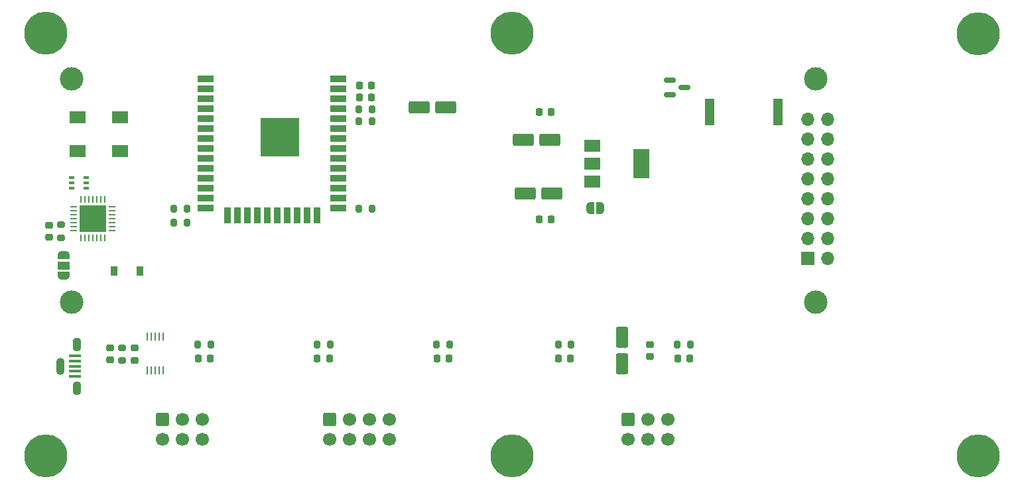
<source format=gbs>
%TF.GenerationSoftware,KiCad,Pcbnew,(6.0.0-0)*%
%TF.CreationDate,2022-02-21T20:15:33+01:00*%
%TF.ProjectId,MiliOhmMeter,4d696c69-4f68-46d4-9d65-7465722e6b69,rev?*%
%TF.SameCoordinates,Original*%
%TF.FileFunction,Soldermask,Bot*%
%TF.FilePolarity,Negative*%
%FSLAX46Y46*%
G04 Gerber Fmt 4.6, Leading zero omitted, Abs format (unit mm)*
G04 Created by KiCad (PCBNEW (6.0.0-0)) date 2022-02-21 20:15:33*
%MOMM*%
%LPD*%
G01*
G04 APERTURE LIST*
G04 Aperture macros list*
%AMRoundRect*
0 Rectangle with rounded corners*
0 $1 Rounding radius*
0 $2 $3 $4 $5 $6 $7 $8 $9 X,Y pos of 4 corners*
0 Add a 4 corners polygon primitive as box body*
4,1,4,$2,$3,$4,$5,$6,$7,$8,$9,$2,$3,0*
0 Add four circle primitives for the rounded corners*
1,1,$1+$1,$2,$3*
1,1,$1+$1,$4,$5*
1,1,$1+$1,$6,$7*
1,1,$1+$1,$8,$9*
0 Add four rect primitives between the rounded corners*
20,1,$1+$1,$2,$3,$4,$5,0*
20,1,$1+$1,$4,$5,$6,$7,0*
20,1,$1+$1,$6,$7,$8,$9,0*
20,1,$1+$1,$8,$9,$2,$3,0*%
%AMFreePoly0*
4,1,22,0.500000,-0.750000,0.000000,-0.750000,0.000000,-0.745033,-0.079941,-0.743568,-0.215256,-0.701293,-0.333266,-0.622738,-0.424486,-0.514219,-0.481581,-0.384460,-0.499164,-0.250000,-0.500000,-0.250000,-0.500000,0.250000,-0.499164,0.250000,-0.499963,0.256109,-0.478152,0.396186,-0.417904,0.524511,-0.324060,0.630769,-0.204165,0.706417,-0.067858,0.745374,0.000000,0.744959,0.000000,0.750000,
0.500000,0.750000,0.500000,-0.750000,0.500000,-0.750000,$1*%
%AMFreePoly1*
4,1,20,0.000000,0.744959,0.073905,0.744508,0.209726,0.703889,0.328688,0.626782,0.421226,0.519385,0.479903,0.390333,0.500000,0.250000,0.500000,-0.250000,0.499851,-0.262216,0.476331,-0.402017,0.414519,-0.529596,0.319384,-0.634700,0.198574,-0.708877,0.061801,-0.746166,0.000000,-0.745033,0.000000,-0.750000,-0.500000,-0.750000,-0.500000,0.750000,0.000000,0.750000,0.000000,0.744959,
0.000000,0.744959,$1*%
%AMFreePoly2*
4,1,22,0.550000,-0.750000,0.000000,-0.750000,0.000000,-0.745033,-0.079941,-0.743568,-0.215256,-0.701293,-0.333266,-0.622738,-0.424486,-0.514219,-0.481581,-0.384460,-0.499164,-0.250000,-0.500000,-0.250000,-0.500000,0.250000,-0.499164,0.250000,-0.499963,0.256109,-0.478152,0.396186,-0.417904,0.524511,-0.324060,0.630769,-0.204165,0.706417,-0.067858,0.745374,0.000000,0.744959,0.000000,0.750000,
0.550000,0.750000,0.550000,-0.750000,0.550000,-0.750000,$1*%
%AMFreePoly3*
4,1,20,0.000000,0.744959,0.073905,0.744508,0.209726,0.703889,0.328688,0.626782,0.421226,0.519385,0.479903,0.390333,0.500000,0.250000,0.500000,-0.250000,0.499851,-0.262216,0.476331,-0.402017,0.414519,-0.529596,0.319384,-0.634700,0.198574,-0.708877,0.061801,-0.746166,0.000000,-0.745033,0.000000,-0.750000,-0.550000,-0.750000,-0.550000,0.750000,0.000000,0.750000,0.000000,0.744959,
0.000000,0.744959,$1*%
G04 Aperture macros list end*
%ADD10C,5.499999*%
%ADD11C,3.000000*%
%ADD12R,1.700000X1.700000*%
%ADD13O,1.700000X1.700000*%
%ADD14RoundRect,0.225000X-0.250000X0.225000X-0.250000X-0.225000X0.250000X-0.225000X0.250000X0.225000X0*%
%ADD15RoundRect,0.225000X0.225000X0.250000X-0.225000X0.250000X-0.225000X-0.250000X0.225000X-0.250000X0*%
%ADD16RoundRect,0.200000X-0.200000X-0.275000X0.200000X-0.275000X0.200000X0.275000X-0.200000X0.275000X0*%
%ADD17RoundRect,0.250000X-0.600000X0.600000X-0.600000X-0.600000X0.600000X-0.600000X0.600000X0.600000X0*%
%ADD18C,1.700000*%
%ADD19RoundRect,0.200000X0.200000X0.275000X-0.200000X0.275000X-0.200000X-0.275000X0.200000X-0.275000X0*%
%ADD20R,0.250000X1.100000*%
%ADD21RoundRect,0.250000X1.075000X0.550000X-1.075000X0.550000X-1.075000X-0.550000X1.075000X-0.550000X0*%
%ADD22R,0.900000X1.200000*%
%ADD23RoundRect,0.150000X-0.587500X-0.150000X0.587500X-0.150000X0.587500X0.150000X-0.587500X0.150000X0*%
%ADD24FreePoly0,180.000000*%
%ADD25FreePoly1,180.000000*%
%ADD26RoundRect,0.225000X0.250000X-0.225000X0.250000X0.225000X-0.250000X0.225000X-0.250000X-0.225000X0*%
%ADD27RoundRect,0.225000X-0.225000X-0.250000X0.225000X-0.250000X0.225000X0.250000X-0.225000X0.250000X0*%
%ADD28RoundRect,0.250000X-1.075000X-0.550000X1.075000X-0.550000X1.075000X0.550000X-1.075000X0.550000X0*%
%ADD29RoundRect,0.200000X-0.275000X0.200000X-0.275000X-0.200000X0.275000X-0.200000X0.275000X0.200000X0*%
%ADD30RoundRect,0.062500X0.062500X-0.337500X0.062500X0.337500X-0.062500X0.337500X-0.062500X-0.337500X0*%
%ADD31RoundRect,0.062500X0.337500X-0.062500X0.337500X0.062500X-0.337500X0.062500X-0.337500X-0.062500X0*%
%ADD32R,3.350000X3.350000*%
%ADD33RoundRect,0.250000X0.550000X-1.075000X0.550000X1.075000X-0.550000X1.075000X-0.550000X-1.075000X0*%
%ADD34R,1.500000X0.450000*%
%ADD35O,1.100000X2.200000*%
%ADD36O,1.100000X1.800000*%
%ADD37R,2.000000X1.600000*%
%ADD38FreePoly2,270.000000*%
%ADD39R,1.500000X1.000000*%
%ADD40FreePoly3,270.000000*%
%ADD41R,0.650000X0.400000*%
%ADD42R,1.300000X3.400000*%
%ADD43R,2.000000X1.500000*%
%ADD44R,2.000000X3.800000*%
%ADD45R,2.000000X0.900000*%
%ADD46R,0.900000X2.000000*%
%ADD47R,5.000000X5.000000*%
G04 APERTURE END LIST*
D10*
%TO.C,H6*%
X58547000Y-68910200D03*
%TD*%
%TO.C,H4*%
X177571400Y-68986400D03*
%TD*%
%TO.C,H3*%
X177546000Y-122910600D03*
%TD*%
%TO.C,H1*%
X58547000Y-122910600D03*
%TD*%
%TO.C,H2*%
X118033800Y-122910600D03*
%TD*%
%TO.C,H5*%
X118033800Y-68910200D03*
%TD*%
D11*
%TO.C,J2*%
X156820800Y-103263000D03*
X156820800Y-74763000D03*
X61820800Y-103263000D03*
X61820800Y-74763000D03*
D12*
X155780800Y-97653000D03*
D13*
X158320800Y-97653000D03*
X155780800Y-95113000D03*
X158320800Y-95113000D03*
X155780800Y-92573000D03*
X158320800Y-92573000D03*
X155780800Y-90033000D03*
X158320800Y-90033000D03*
X155780800Y-87493000D03*
X158320800Y-87493000D03*
X155780800Y-84953000D03*
X158320800Y-84953000D03*
X155780800Y-82413000D03*
X158320800Y-82413000D03*
X155780800Y-79873000D03*
X158320800Y-79873000D03*
%TD*%
D14*
%TO.C,C8*%
X69850000Y-109156200D03*
X69850000Y-110706200D03*
%TD*%
D15*
%TO.C,C5*%
X109995000Y-110490000D03*
X108445000Y-110490000D03*
%TD*%
D14*
%TO.C,C1*%
X66751200Y-109130800D03*
X66751200Y-110680800D03*
%TD*%
D16*
%TO.C,R7*%
X98514400Y-91338400D03*
X100164400Y-91338400D03*
%TD*%
D17*
%TO.C,X3*%
X94767400Y-118262400D03*
D18*
X94767400Y-120802400D03*
X97307400Y-118262400D03*
X97307400Y-120802400D03*
X99847400Y-118262400D03*
X99847400Y-120802400D03*
X102387400Y-118262400D03*
X102387400Y-120802400D03*
%TD*%
D15*
%TO.C,C15*%
X140729000Y-110490000D03*
X139179000Y-110490000D03*
%TD*%
D19*
%TO.C,R2*%
X94805000Y-108712000D03*
X93155000Y-108712000D03*
%TD*%
D15*
%TO.C,C6*%
X125489000Y-110490000D03*
X123939000Y-110490000D03*
%TD*%
D20*
%TO.C,U2*%
X73491600Y-112005000D03*
X72991600Y-112005000D03*
X72491600Y-112005000D03*
X71991600Y-112005000D03*
X71491600Y-112005000D03*
X71491600Y-107705000D03*
X71991600Y-107705000D03*
X72491600Y-107705000D03*
X72991600Y-107705000D03*
X73491600Y-107705000D03*
%TD*%
D21*
%TO.C,C13*%
X122858400Y-82524600D03*
X119508400Y-82524600D03*
%TD*%
D22*
%TO.C,D1*%
X70534800Y-99314000D03*
X67234800Y-99314000D03*
%TD*%
D19*
%TO.C,R3*%
X110045000Y-108712000D03*
X108395000Y-108712000D03*
%TD*%
D23*
%TO.C,Q2*%
X138203700Y-76794400D03*
X138203700Y-74894400D03*
X140078700Y-75844400D03*
%TD*%
D24*
%TO.C,JP2*%
X129326400Y-91236800D03*
D25*
X128026400Y-91236800D03*
%TD*%
D26*
%TO.C,C17*%
X135636000Y-110249000D03*
X135636000Y-108699000D03*
%TD*%
D17*
%TO.C,X1*%
X132867400Y-118262400D03*
D18*
X132867400Y-120802400D03*
X135407400Y-118262400D03*
X135407400Y-120802400D03*
X137947400Y-118262400D03*
X137947400Y-120802400D03*
%TD*%
D16*
%TO.C,R11*%
X98514400Y-78638400D03*
X100164400Y-78638400D03*
%TD*%
D27*
%TO.C,C7*%
X98564400Y-77114400D03*
X100114400Y-77114400D03*
%TD*%
D15*
%TO.C,C4*%
X94742000Y-110490000D03*
X93192000Y-110490000D03*
%TD*%
D19*
%TO.C,R6*%
X100164400Y-80162400D03*
X98514400Y-80162400D03*
%TD*%
D28*
%TO.C,C9*%
X106224200Y-78359000D03*
X109574200Y-78359000D03*
%TD*%
D29*
%TO.C,R12*%
X60502800Y-93383600D03*
X60502800Y-95033600D03*
%TD*%
D17*
%TO.C,X6*%
X73431400Y-118262400D03*
D18*
X73431400Y-120802400D03*
X75971400Y-118262400D03*
X75971400Y-120802400D03*
X78511400Y-118262400D03*
X78511400Y-120802400D03*
%TD*%
D19*
%TO.C,R5*%
X140779000Y-108712000D03*
X139129000Y-108712000D03*
%TD*%
D30*
%TO.C,U1*%
X66041400Y-95058400D03*
X65541400Y-95058400D03*
X65041400Y-95058400D03*
X64541400Y-95058400D03*
X64041400Y-95058400D03*
X63541400Y-95058400D03*
X63041400Y-95058400D03*
D31*
X62091400Y-94108400D03*
X62091400Y-93608400D03*
X62091400Y-93108400D03*
X62091400Y-92608400D03*
X62091400Y-92108400D03*
X62091400Y-91608400D03*
X62091400Y-91108400D03*
D30*
X63041400Y-90158400D03*
X63541400Y-90158400D03*
X64041400Y-90158400D03*
X64541400Y-90158400D03*
X65041400Y-90158400D03*
X65541400Y-90158400D03*
X66041400Y-90158400D03*
D31*
X66991400Y-91108400D03*
X66991400Y-91608400D03*
X66991400Y-92108400D03*
X66991400Y-92608400D03*
X66991400Y-93108400D03*
X66991400Y-93608400D03*
X66991400Y-94108400D03*
D32*
X64541400Y-92608400D03*
%TD*%
D19*
%TO.C,R1*%
X79565000Y-108712000D03*
X77915000Y-108712000D03*
%TD*%
D33*
%TO.C,C16*%
X132130800Y-111149000D03*
X132130800Y-107799000D03*
%TD*%
D26*
%TO.C,C2*%
X58928000Y-94983600D03*
X58928000Y-93433600D03*
%TD*%
D34*
%TO.C,J1*%
X62264800Y-112755200D03*
X62264800Y-112105200D03*
X62264800Y-111455200D03*
X62264800Y-110805200D03*
X62264800Y-110155200D03*
D35*
X60364800Y-111455200D03*
D36*
X62514800Y-108655200D03*
X62514800Y-114255200D03*
%TD*%
D15*
%TO.C,C11*%
X123050600Y-92684600D03*
X121500600Y-92684600D03*
%TD*%
D37*
%TO.C,SW6*%
X68003400Y-79654400D03*
X62603400Y-79654400D03*
%TD*%
D29*
%TO.C,R8*%
X68300600Y-109106200D03*
X68300600Y-110756200D03*
%TD*%
D19*
%TO.C,R4*%
X125589800Y-108712000D03*
X123939800Y-108712000D03*
%TD*%
D38*
%TO.C,JP1*%
X60833000Y-97277400D03*
D39*
X60833000Y-98577400D03*
D40*
X60833000Y-99877400D03*
%TD*%
D41*
%TO.C,Q1*%
X63713400Y-87386400D03*
X63713400Y-88036400D03*
X63713400Y-88686400D03*
X61813400Y-88686400D03*
X61813400Y-88036400D03*
X61813400Y-87386400D03*
%TD*%
D27*
%TO.C,C14*%
X98564400Y-75590400D03*
X100114400Y-75590400D03*
%TD*%
D42*
%TO.C,BZ1*%
X151974800Y-78943200D03*
X143274800Y-78943200D03*
%TD*%
D37*
%TO.C,SW5*%
X68003400Y-83972400D03*
X62603400Y-83972400D03*
%TD*%
D16*
%TO.C,R14*%
X74892400Y-93116400D03*
X76542400Y-93116400D03*
%TD*%
D43*
%TO.C,U4*%
X128269600Y-87898000D03*
D44*
X134569606Y-85598000D03*
D43*
X128269600Y-85598000D03*
X128269600Y-83298000D03*
%TD*%
D19*
%TO.C,R9*%
X76542400Y-91338400D03*
X74892400Y-91338400D03*
%TD*%
D45*
%TO.C,MOD1*%
X95901400Y-74701400D03*
X95901400Y-75971400D03*
X95901400Y-77241400D03*
X95901400Y-78511400D03*
X95901400Y-79781400D03*
X95901400Y-81051400D03*
X95901400Y-82321400D03*
X95901400Y-83591400D03*
X95901400Y-84861400D03*
X95901400Y-86131400D03*
X95901400Y-87401400D03*
X95901400Y-88671400D03*
X95901400Y-89941400D03*
X95901400Y-91211400D03*
D46*
X93116400Y-92211400D03*
X91846400Y-92211400D03*
X90576400Y-92211400D03*
X89306400Y-92211400D03*
X88036400Y-92211400D03*
X86766400Y-92211400D03*
X85496400Y-92211400D03*
X84226400Y-92211400D03*
X82956400Y-92211400D03*
X81686400Y-92211400D03*
D45*
X78901400Y-91211400D03*
X78901400Y-89941400D03*
X78901400Y-88671400D03*
X78901400Y-87401400D03*
X78901400Y-86131400D03*
X78901400Y-84861400D03*
X78901400Y-83591400D03*
X78901400Y-82321400D03*
X78901400Y-81051400D03*
X78901400Y-79781400D03*
X78901400Y-78511400D03*
X78901400Y-77241400D03*
X78901400Y-75971400D03*
X78901400Y-74701400D03*
D47*
X88401400Y-82201400D03*
%TD*%
D15*
%TO.C,C12*%
X123050600Y-78968600D03*
X121500600Y-78968600D03*
%TD*%
%TO.C,C3*%
X79515000Y-110490000D03*
X77965000Y-110490000D03*
%TD*%
D21*
%TO.C,C10*%
X123112400Y-89382600D03*
X119762400Y-89382600D03*
%TD*%
M02*

</source>
